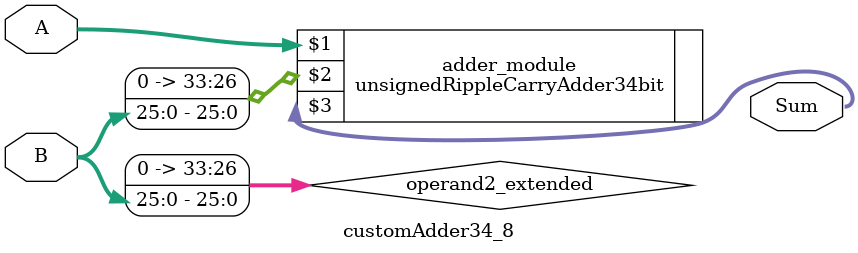
<source format=v>
module customAdder34_8(
                        input [33 : 0] A,
                        input [25 : 0] B,
                        
                        output [34 : 0] Sum
                );

        wire [33 : 0] operand2_extended;
        
        assign operand2_extended =  {8'b0, B};
        
        unsignedRippleCarryAdder34bit adder_module(
            A,
            operand2_extended,
            Sum
        );
        
        endmodule
        
</source>
